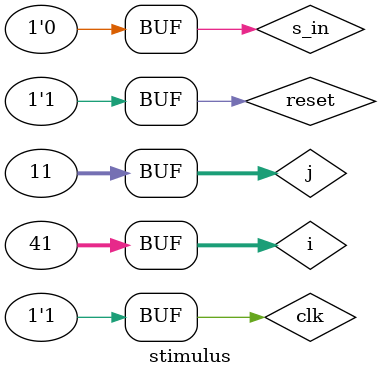
<source format=v>
module free_run_shift_reg
  #(parameter N=8)
  (
    input wire clk, reset,
    input wire s_in,
    output wire s_out
  );

  reg [N-1:0] r_reg;
  wire [N-1:0] r_next;

  always @(posedge clk, negedge reset)
  begin
    if (~reset)
      r_reg <= 0;
    else
      r_reg <= r_next;
  end

  assign r_next = {s_in, r_reg[N-1:1]};
  assign s_out = r_reg[0];

endmodule


`timescale 1ns / 1ps

module stimulus;
  reg clk;
  reg reset;

  reg s_in;
  wire s_out;

  free_run_shift_reg #(2) s1 (
    .clk(clk),
    .reset(reset),
    .s_in(s_in),
    .s_out(s_out)
    );

  integer i, j;

  initial begin
    clk = 0;
    for(i = 0; i<=40; i=i+1) begin
      #10 clk = ~clk;  // period 20 ns (50 MHz)
    end
  end

  initial begin
    $dumpfile("shift_register.vcd");
    $dumpvars(0, stimulus);

    s_in = 0;
    reset = 1;

    #2 s_in = 0; reset = 0;
    #2 reset = 1;

    for(j = 0; j<=10; j=j+1) begin
      #20 s_in = ~s_in;
    end

    #20 s_in = 1;
    #20 s_in = 1;
    #20 s_in = 0;
    #20 s_in = 1;
    #20 s_in = 1;
    #20 s_in = 0;
    #20 s_in = 1;
    #20 s_in = 1;
    #20 s_in = 0;

  end

  initial begin
    $monitor("clk s_in s_out");
  end

  initial begin
    $monitor("%8d %d %b %b", $time, clk, s_in, s_out);
  end

endmodule

</source>
